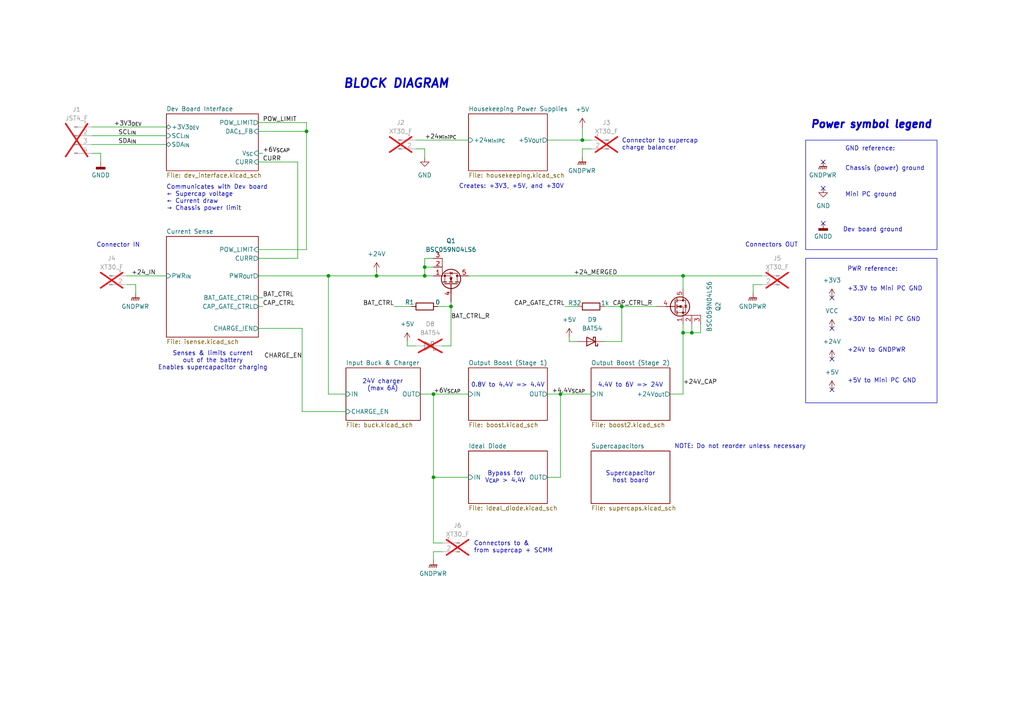
<source format=kicad_sch>
(kicad_sch (version 20250114) (generator "eeschema") (generator_version "9.0")
  (paper "A4")
  (title_block (title "Supercapacitor Manager") (date "2025-02-12") (rev "1") (company "UT Robomaster") (comment 1 "Robomaster"))
  (lib_symbols
    (symbol "Connector:Conn_01x02_Pin" (pin_names (offset 1.016) (hide yes))
      (property "Reference" "J" (at 0 2.54 0))
      (property "Value" "Conn_01x02_Pin" (at 0 -5.08 0))
      (symbol "Conn_01x02_Pin_1_1"
        (rectangle (start 0.8636 0.127) (end 0 -0.127) (stroke (width 0.1524)) (fill (type outline)))
        (rectangle (start 0.8636 -2.413) (end 0 -2.667) (stroke (width 0.1524)) (fill (type outline)))
        (polyline (pts (xy 1.27 0) (xy 0.8636 0)) (stroke (width 0.1524)))
        (polyline (pts (xy 1.27 -2.54) (xy 0.8636 -2.54)) (stroke (width 0.1524)))
        (pin passive line (at 5.08 0 180) (length 3.81) (name "Pin_1") (number "1"))
        (pin passive line (at 5.08 -2.54 180) (length 3.81) (name "Pin_2") (number "2"))
      )
    )
    (symbol "Connector:Conn_01x04_Pin" (pin_names (offset 1.016) (hide yes))
      (property "Reference" "J" (at 0 5.08 0))
      (property "Value" "Conn_01x04_Pin" (at 0 -7.62 0))
      (symbol "Conn_01x04_Pin_1_1"
        (rectangle (start 0.8636 2.667) (end 0 2.413) (stroke (width 0.1524)) (fill (type outline)))
        (rectangle (start 0.8636 0.127) (end 0 -0.127) (stroke (width 0.1524)) (fill (type outline)))
        (rectangle (start 0.8636 -2.413) (end 0 -2.667) (stroke (width 0.1524)) (fill (type outline)))
        (rectangle (start 0.8636 -4.953) (end 0 -5.207) (stroke (width 0.1524)) (fill (type outline)))
        (polyline (pts (xy 1.27 2.54) (xy 0.8636 2.54)) (stroke (width 0.1524)))
        (polyline (pts (xy 1.27 0) (xy 0.8636 0)) (stroke (width 0.1524)))
        (polyline (pts (xy 1.27 -2.54) (xy 0.8636 -2.54)) (stroke (width 0.1524)))
        (polyline (pts (xy 1.27 -5.08) (xy 0.8636 -5.08)) (stroke (width 0.1524)))
        (pin passive line (at 5.08 2.54 180) (length 3.81) (name "Pin_1") (number "1"))
        (pin passive line (at 5.08 0 180) (length 3.81) (name "Pin_2") (number "2"))
        (pin passive line (at 5.08 -2.54 180) (length 3.81) (name "Pin_3") (number "3"))
        (pin passive line (at 5.08 -5.08 180) (length 3.81) (name "Pin_4") (number "4"))
      )
    )
    (symbol "Device:D_Schottky" (pin_numbers (hide yes)) (pin_names (offset 1.016) (hide yes))
      (property "Reference" "D" (at 0 2.54 0))
      (property "Value" "D_Schottky" (at 0 -2.54 0))
      (symbol "D_Schottky_0_1"
        (polyline (pts (xy -1.905 0.635) (xy -1.905 1.27) (xy -1.27 1.27) (xy -1.27 -1.27) (xy -0.635 -1.27) (xy -0.635 -0.635)) (stroke (width 0.254)))
        (polyline (pts (xy 1.27 1.27) (xy 1.27 -1.27) (xy -1.27 0) (xy 1.27 1.27)) (stroke (width 0.254)))
        (polyline (pts (xy 1.27 0) (xy -1.27 0)))
      )
      (symbol "D_Schottky_1_1"
        (pin passive line (at -3.81 0 0) (length 2.54) (name "K") (number "1"))
        (pin passive line (at 3.81 0 180) (length 2.54) (name "A") (number "2"))
      )
    )
    (symbol "Device:R" (pin_numbers (hide yes)) (pin_names (offset 0))
      (property "Reference" "R" (at 2.032 0 90))
      (property "Value" "R" (at 0 0 90))
      (symbol "R_0_1"
        (rectangle (start -1.016 -2.54) (end 1.016 2.54) (stroke (width 0.254)))
      )
      (symbol "R_1_1"
        (pin passive line (at 0 3.81 270) (length 1.27) (name "~") (number "1"))
        (pin passive line (at 0 -3.81 90) (length 1.27) (name "~") (number "2"))
      )
    )
    (symbol "Transistor_FET:Q_NMOS_SGD" (pin_names (offset 0) (hide yes))
      (property "Reference" "Q4" (at 6.35 1.2701 0))
      (property "Value" "BSC059N04LS6" (at 6.35 -1.2699 0))
      (symbol "Q_NMOS_SGD_0_1"
        (polyline (pts (xy 0.254 1.905) (xy 0.254 -1.905)) (stroke (width 0.254)))
        (polyline (pts (xy 0.254 0) (xy -2.54 0)))
        (polyline (pts (xy 0.762 2.286) (xy 0.762 1.27)) (stroke (width 0.254)))
        (polyline (pts (xy 0.762 0.508) (xy 0.762 -0.508)) (stroke (width 0.254)))
        (polyline (pts (xy 0.762 -1.27) (xy 0.762 -2.286)) (stroke (width 0.254)))
        (polyline (pts (xy 0.762 -1.778) (xy 3.302 -1.778) (xy 3.302 1.778) (xy 0.762 1.778)))
        (polyline (pts (xy 1.016 0) (xy 2.032 0.381) (xy 2.032 -0.381) (xy 1.016 0)) (fill (type outline)))
        (circle (center 1.651 0) (radius 2.794) (stroke (width 0.254)))
        (polyline (pts (xy 2.54 2.54) (xy 2.54 1.778)))
        (circle (center 2.54 1.778) (radius 0.254) (fill (type outline)))
        (circle (center 2.54 -1.778) (radius 0.254) (fill (type outline)))
        (polyline (pts (xy 2.54 -2.54) (xy 2.54 0) (xy 0.762 0)))
        (polyline (pts (xy 2.921 0.381) (xy 3.683 0.381)))
        (polyline (pts (xy 3.302 0.381) (xy 2.921 -0.254) (xy 3.683 -0.254) (xy 3.302 0.381)))
        (polyline (pts (xy 7.62 -2.54) (xy 2.54 -2.54)))
      )
      (symbol "Q_NMOS_SGD_1_1"
        (pin input line (at -5.08 0 0) (length 5.08) (name "G") (number "4"))
        (pin passive line (at 2.54 5.08 270) (length 2.54) (name "D") (number "5"))
        (pin passive line (at 2.54 -5.08 90) (length 2.54) (name "S") (number "1"))
        (pin passive line (at 5.08 -5.08 90) (length 2.54) (name "S") (number "2"))
        (pin passive line (at 7.62 -5.08 90) (length 2.54) (name "S") (number "3"))
      )
    )
    (symbol "power:+24V" (power) (pin_numbers (hide yes)) (pin_names (offset 0) (hide yes))
      (property "Value" "+24V" (at 0 3.556 0))
      (symbol "+24V_0_1"
        (polyline (pts (xy -0.762 1.27) (xy 0 2.54)))
        (polyline (pts (xy 0 2.54) (xy 0.762 1.27)))
        (polyline (pts (xy 0 0) (xy 0 2.54)))
      )
      (symbol "+24V_1_1"
        (pin power_in line (at 0 0 90) (length 0) (name "~") (number "1"))
      )
    )
    (symbol "power:+3V3" (power) (pin_numbers (hide yes)) (pin_names (offset 0) (hide yes))
      (property "Value" "+3V3" (at 0 3.556 0))
      (symbol "+3V3_0_1"
        (polyline (pts (xy -0.762 1.27) (xy 0 2.54)))
        (polyline (pts (xy 0 2.54) (xy 0.762 1.27)))
        (polyline (pts (xy 0 0) (xy 0 2.54)))
      )
      (symbol "+3V3_1_1"
        (pin power_in line (at 0 0 90) (length 0) (name "~") (number "1"))
      )
    )
    (symbol "power:+5V" (power) (pin_numbers (hide yes)) (pin_names (offset 0) (hide yes))
      (property "Value" "+5V" (at 0 3.556 0))
      (symbol "+5V_0_1"
        (polyline (pts (xy -0.762 1.27) (xy 0 2.54)))
        (polyline (pts (xy 0 2.54) (xy 0.762 1.27)))
        (polyline (pts (xy 0 0) (xy 0 2.54)))
      )
      (symbol "+5V_1_1"
        (pin power_in line (at 0 0 90) (length 0) (name "~") (number "1"))
      )
    )
    (symbol "power:GND" (power) (pin_numbers (hide yes)) (pin_names (offset 0) (hide yes))
      (property "Value" "GND" (at 0 -3.81 0))
      (symbol "GND_0_1"
        (polyline (pts (xy 0 0) (xy 0 -1.27) (xy 1.27 -1.27) (xy 0 -2.54) (xy -1.27 -1.27) (xy 0 -1.27)))
      )
      (symbol "GND_1_1"
        (pin power_in line (at 0 0 270) (length 0) (name "~") (number "1"))
      )
    )
    (symbol "power:GNDD" (power) (pin_numbers (hide yes)) (pin_names (offset 0) (hide yes))
      (property "Value" "GNDD" (at 0 -3.175 0))
      (symbol "GNDD_0_1"
        (rectangle (start -1.27 -1.524) (end 1.27 -2.032) (stroke (width 0.254)) (fill (type outline)))
        (polyline (pts (xy 0 0) (xy 0 -1.524)))
      )
      (symbol "GNDD_1_1"
        (pin power_in line (at 0 0 270) (length 0) (name "~") (number "1"))
      )
    )
    (symbol "power:GNDPWR" (power) (pin_numbers (hide yes)) (pin_names (offset 0) (hide yes))
      (property "Value" "GNDPWR" (at 0 -3.302 0))
      (symbol "GNDPWR_0_1"
        (polyline (pts (xy -1.016 -1.27) (xy -1.27 -2.032) (xy -1.27 -2.032)) (stroke (width 0.2032)))
        (polyline (pts (xy -0.508 -1.27) (xy -0.762 -2.032) (xy -0.762 -2.032)) (stroke (width 0.2032)))
        (polyline (pts (xy 0 -1.27) (xy 0 0)))
        (polyline (pts (xy 0 -1.27) (xy -0.254 -2.032) (xy -0.254 -2.032)) (stroke (width 0.2032)))
        (polyline (pts (xy 0.508 -1.27) (xy 0.254 -2.032) (xy 0.254 -2.032)) (stroke (width 0.2032)))
        (polyline (pts (xy 1.016 -1.27) (xy -1.016 -1.27) (xy -1.016 -1.27)) (stroke (width 0.2032)))
        (polyline (pts (xy 1.016 -1.27) (xy 0.762 -2.032) (xy 0.762 -2.032) (xy 0.762 -2.032)) (stroke (width 0.2032)))
      )
      (symbol "GNDPWR_1_1"
        (pin power_in line (at 0 0 270) (length 0) (name "~") (number "1"))
      )
    )
    (symbol "power:VCC" (power) (pin_numbers (hide yes)) (pin_names (offset 0) (hide yes))
      (property "Value" "VCC" (at 0 3.556 0))
      (symbol "VCC_0_1"
        (polyline (pts (xy -0.762 1.27) (xy 0 2.54)))
        (polyline (pts (xy 0 2.54) (xy 0.762 1.27)))
        (polyline (pts (xy 0 0) (xy 0 2.54)))
      )
      (symbol "VCC_1_1"
        (pin power_in line (at 0 0 90) (length 0) (name "~") (number "1"))
      )
    )
  )
  (rectangle (start 233.68 74.93) (end 271.78 116.84))
  (rectangle (start 233.68 40.64) (end 271.78 72.39))
  (text "+3.3V to Mini PC GND" (at 245.745 83.82 0) (effects (font (size 1.27 1.27)) (justify left)))
  (text "+30V to Mini PC GND" (at 245.745 92.71 0) (effects (font (size 1.27 1.27)) (justify left)))
  (text "Bypass for\nV_{CAP} > 4.4V" (at 146.558 138.43 0) (effects (font (size 1.27 1.27))))
  (text "Connector IN" (at 34.29 71.882 0) (effects (font (size 1.27 1.27)) (justify bottom)))
  (text "Senses & limits current\nout of the battery\nEnables supercapacitor charging" (at 61.722 101.854 0) (effects (font (size 1.27 1.27)) (justify top)))
  (text "Power symbol legend" (at 252.73 37.465 0) (effects (font (size 2.159 2.159) (thickness 0.508) (bold yes) (italic yes)) (justify bottom)))
  (text "+5V to Mini PC GND" (at 245.745 110.49 0) (effects (font (size 1.27 1.27)) (justify left)))
  (text "Supercapacitor\nhost board" (at 182.88 138.43 0) (effects (font (size 1.27 1.27))))
  (text "Connectors OUT" (at 223.774 70.358 0) (effects (font (size 1.27 1.27)) (justify top)))
  (text "Connector to supercap\ncharge balancer" (at 180.34 41.91 0) (effects (font (size 1.27 1.27)) (justify left)))
  (text "NOTE: Do not reorder unless necessary" (at 195.58 129.54 0) (effects (font (size 1.27 1.27)) (justify left)))
  (text "GND reference:" (at 245.11 43.18 0) (effects (font (size 1.27 1.27)) (justify left)))
  (text "+24V to GNDPWR" (at 245.745 101.6 0) (effects (font (size 1.27 1.27)) (justify left)))
  (text "Connectors to &\nfrom supercap + SCMM" (at 137.414 158.75 0) (effects (font (size 1.27 1.27)) (justify left)))
  (text "BLOCK DIAGRAM" (at 114.935 22.86 0) (effects (font (size 2.54 2.54) (thickness 0.508) (bold yes) (italic yes)) (justify top)))
  (text "4.4V to 6V => 24V" (at 182.88 110.998 0) (effects (font (size 1.27 1.27)) (justify top)))
  (text "0.8V to 4.4V => 4.4V" (at 147.32 110.998 0) (effects (font (size 1.27 1.27)) (justify top)))
  (text "Creates: +3V3, +5V, and +30V" (at 148.336 54.102 0) (effects (font (size 1.27 1.27))))
  (text "Dev board ground" (at 244.475 66.675 0) (effects (font (size 1.27 1.27)) (justify left)))
  (text "Chassis (power) ground" (at 245.11 48.895 0) (effects (font (size 1.27 1.27)) (justify left)))
  (text "Mini PC ground" (at 245.11 56.515 0) (effects (font (size 1.27 1.27)) (justify left)))
  (text "24V charger\n(max 6A)" (at 110.998 109.982 0) (effects (font (size 1.27 1.27)) (justify top)))
  (text "Communicates with Dev board\n← Supercap voltage\n← Current draw\n→ Chassis power limit " (at 48.26 57.404 0) (effects (font (size 1.27 1.27)) (justify left)))
  (text "PWR reference:" (at 245.745 78.105 0) (effects (font (size 1.27 1.27)) (justify left)))
  (junction (at 123.19 80.01))
  (junction (at 168.91 40.64))
  (junction (at 125.73 114.3))
  (junction (at 95.25 80.01))
  (junction (at 109.22 80.01))
  (junction (at 123.19 77.47))
  (junction (at 130.81 88.9))
  (junction (at 198.12 80.01))
  (junction (at 198.12 96.52))
  (junction (at 180.34 88.9))
  (junction (at 125.73 138.43))
  (junction (at 162.56 114.3))
  (junction (at 200.66 96.52))
  (junction (at 88.9 38.1))
  (no_connect (at 241.3 104.14))
  (no_connect (at 241.3 95.25))
  (no_connect (at 238.76 46.99))
  (no_connect (at 241.3 86.36))
  (no_connect (at 241.3 113.03))
  (no_connect (at 238.76 54.61))
  (no_connect (at 238.76 64.77))
  (wire (pts (xy 125.73 74.93) (xy 123.19 74.93)))
  (wire (pts (xy 39.37 82.55) (xy 39.37 85.09)))
  (wire (pts (xy 86.36 46.99) (xy 74.93 46.99)))
  (wire (pts (xy 200.66 93.98) (xy 200.66 96.52)))
  (wire (pts (xy 162.56 138.43) (xy 162.56 114.3)))
  (wire (pts (xy 165.1 99.06) (xy 167.64 99.06)))
  (wire (pts (xy 74.93 95.25) (xy 87.63 95.25)))
  (wire (pts (xy 74.93 35.56) (xy 88.9 35.56)))
  (wire (pts (xy 200.66 96.52) (xy 198.12 96.52)))
  (wire (pts (xy 29.21 46.99) (xy 29.21 44.45)))
  (wire (pts (xy 130.81 87.63) (xy 130.81 88.9)))
  (wire (pts (xy 130.81 88.9) (xy 130.81 100.33)))
  (wire (pts (xy 123.19 77.47) (xy 123.19 80.01)))
  (wire (pts (xy 203.2 93.98) (xy 203.2 96.52)))
  (wire (pts (xy 218.44 82.55) (xy 220.98 82.55)))
  (wire (pts (xy 26.67 39.37) (xy 48.26 39.37)))
  (wire (pts (xy 128.27 100.33) (xy 130.81 100.33)))
  (wire (pts (xy 198.12 93.98) (xy 198.12 96.52)))
  (wire (pts (xy 125.73 114.3) (xy 135.89 114.3)))
  (wire (pts (xy 158.75 114.3) (xy 162.56 114.3)))
  (wire (pts (xy 88.9 38.1) (xy 88.9 72.39)))
  (wire (pts (xy 218.44 85.09) (xy 218.44 82.55)))
  (wire (pts (xy 125.73 138.43) (xy 125.73 157.48)))
  (wire (pts (xy 123.19 43.18) (xy 120.65 43.18)))
  (wire (pts (xy 26.67 41.91) (xy 48.26 41.91)))
  (wire (pts (xy 194.31 114.3) (xy 198.12 114.3)))
  (wire (pts (xy 119.38 88.9) (xy 114.3 88.9)))
  (wire (pts (xy 26.67 36.83) (xy 48.26 36.83)))
  (wire (pts (xy 158.75 138.43) (xy 162.56 138.43)))
  (wire (pts (xy 200.66 96.52) (xy 203.2 96.52)))
  (wire (pts (xy 74.93 86.36) (xy 76.2 86.36)))
  (wire (pts (xy 163.83 88.9) (xy 167.64 88.9)))
  (wire (pts (xy 175.26 88.9) (xy 180.34 88.9)))
  (wire (pts (xy 86.36 46.99) (xy 86.36 74.93)))
  (wire (pts (xy 135.89 80.01) (xy 198.12 80.01)))
  (wire (pts (xy 123.19 80.01) (xy 125.73 80.01)))
  (wire (pts (xy 127 88.9) (xy 130.81 88.9)))
  (wire (pts (xy 168.91 36.83) (xy 168.91 40.64)))
  (wire (pts (xy 128.27 160.02) (xy 125.73 160.02)))
  (wire (pts (xy 109.22 78.74) (xy 109.22 80.01)))
  (wire (pts (xy 198.12 96.52) (xy 198.12 114.3)))
  (wire (pts (xy 109.22 80.01) (xy 123.19 80.01)))
  (wire (pts (xy 125.73 138.43) (xy 135.89 138.43)))
  (wire (pts (xy 180.34 88.9) (xy 190.5 88.9)))
  (wire (pts (xy 125.73 77.47) (xy 123.19 77.47)))
  (wire (pts (xy 95.25 114.3) (xy 95.25 80.01)))
  (wire (pts (xy 88.9 35.56) (xy 88.9 38.1)))
  (wire (pts (xy 123.19 74.93) (xy 123.19 77.47)))
  (wire (pts (xy 180.34 99.06) (xy 180.34 88.9)))
  (wire (pts (xy 87.63 119.38) (xy 100.33 119.38)))
  (wire (pts (xy 29.21 44.45) (xy 26.67 44.45)))
  (wire (pts (xy 168.91 45.72) (xy 168.91 43.18)))
  (wire (pts (xy 125.73 114.3) (xy 125.73 138.43)))
  (wire (pts (xy 120.65 40.64) (xy 135.89 40.64)))
  (wire (pts (xy 198.12 80.01) (xy 220.98 80.01)))
  (wire (pts (xy 74.93 88.9) (xy 76.2 88.9)))
  (wire (pts (xy 158.75 40.64) (xy 168.91 40.64)))
  (wire (pts (xy 87.63 95.25) (xy 87.63 119.38)))
  (wire (pts (xy 95.25 80.01) (xy 109.22 80.01)))
  (wire (pts (xy 36.83 82.55) (xy 39.37 82.55)))
  (wire (pts (xy 74.93 38.1) (xy 88.9 38.1)))
  (wire (pts (xy 118.11 99.06) (xy 118.11 100.33)))
  (wire (pts (xy 86.36 74.93) (xy 74.93 74.93)))
  (wire (pts (xy 168.91 43.18) (xy 171.45 43.18)))
  (wire (pts (xy 123.19 45.72) (xy 123.19 43.18)))
  (wire (pts (xy 118.11 100.33) (xy 120.65 100.33)))
  (wire (pts (xy 125.73 160.02) (xy 125.73 162.56)))
  (wire (pts (xy 168.91 40.64) (xy 171.45 40.64)))
  (wire (pts (xy 162.56 114.3) (xy 171.45 114.3)))
  (wire (pts (xy 165.1 97.79) (xy 165.1 99.06)))
  (wire (pts (xy 128.27 157.48) (xy 125.73 157.48)))
  (wire (pts (xy 74.93 80.01) (xy 95.25 80.01)))
  (wire (pts (xy 74.93 72.39) (xy 88.9 72.39)))
  (wire (pts (xy 175.26 99.06) (xy 180.34 99.06)))
  (wire (pts (xy 95.25 114.3) (xy 100.33 114.3)))
  (wire (pts (xy 121.92 114.3) (xy 125.73 114.3)))
  (wire (pts (xy 76.2 44.45) (xy 74.93 44.45)))
  (wire (pts (xy 36.83 80.01) (xy 48.26 80.01)))
  (wire (pts (xy 198.12 83.82) (xy 198.12 80.01)))
  (label "CAP_CTRL" (at 76.2 88.9 0))
  (label "+6V_{SCAP}" (at 76.2 44.45 0))
  (label "+24V_CAP" (at 198.12 111.76 0))
  (label "+4.4V_{SCAP}" (at 160.02 114.3 0))
  (label "+24_{MiniPC}" (at 123.19 40.64 0))
  (label "BAT_CTRL_R" (at 130.81 92.71 0))
  (label "SDA_{IN}" (at 34.29 41.91 0))
  (label "SCL_{IN}" (at 34.29 39.37 0))
  (label "CAP_GATE_CTRL" (at 163.83 88.9 180))
  (label "CURR" (at 76.2 46.99 0))
  (label "CAP_CTRL_R" (at 189.23 88.9 180))
  (label "BAT_CTRL" (at 114.3 88.9 180))
  (label "+24_MERGED" (at 179.07 80.01 180))
  (label "CHARGE_EN" (at 87.63 104.14 180))
  (label "+24_IN" (at 38.1 80.01 0))
  (label "+6V_{SCAP}" (at 125.73 114.3 0))
  (label "POW_LIMIT" (at 76.2 35.56 0) (effects (font (thickness 0.1588))))
  (label "+3V3_{DEV}" (at 33.02 36.83 0))
  (label "BAT_CTRL" (at 76.2 86.36 0))
  (symbol (lib_id "Connector:Conn_01x02_Pin") (at 176.53 40.64 0) (mirror y) (unit 1) (dnp yes)
    (property "Reference" "J3" (at 175.895 35.56 0))
    (property "Value" "XT30_F" (at 175.895 38.1 0))
    (property "Footprint" "Connector_AMASS:AMASS_XT30U-F_1x02_P5.0mm_Vertical" (effects (hide yes)))
    (property "Description" "Generic connector, single row, 01x02, script generated" (effects (hide yes)))
  )
  (symbol (lib_id "power:GNDPWR") (at 39.37 85.09 0) (unit 1)
    (property "Reference" "#PWR09" (effects (hide yes)))
    (property "Value" "GNDPWR" (at 39.243 88.9 0))
    (property "Description" "Power symbol creates a global label with name \"GNDPWR\" , global ground" (effects (hide yes)))
  )
  (symbol (lib_id "power:GNDD") (at 238.76 64.77 0) (unit 1)
    (property "Reference" "#PWR07" (effects (hide yes)))
    (property "Value" "GNDD" (at 238.76 68.58 0))
    (property "Description" "Power symbol creates a global label with name \"GNDD\" , digital ground" (effects (hide yes)))
  )
  (symbol (lib_id "power:GNDPWR") (at 168.91 45.72 0) (unit 1)
    (property "Reference" "#PWR04" (effects (hide yes)))
    (property "Value" "GNDPWR" (at 168.783 49.53 0))
    (property "Description" "Power symbol creates a global label with name \"GNDPWR\" , global ground" (effects (hide yes)))
  )
  (symbol (lib_id "Transistor_FET:Q_NMOS_SGD") (at 130.81 82.55 270) (mirror x) (unit 1)
    (property "Reference" "Q1" (at 130.81 69.85 90))
    (property "Value" "BSC059N04LS6" (at 130.81 72.39 90))
    (property "Footprint" "Package_SON:Infineon_PG-TDSON-8_6.15x5.15mm" (effects (hide yes)))
    (property "Datasheet" "https://www.mouser.com/datasheet/2/196/Infineon_BSC059N04LS6_DataSheet_v02_01_EN-3360636.pdf" (effects (hide yes)))
    (property "Description" "N-MOSFET transistor, source/gate/drain" (effects (hide yes)))
    (property "Mouser Part Number" "726-BSC059N04LS6ATMA" (effects (hide yes)))
  )
  (symbol (lib_id "power:GNDD") (at 29.21 46.99 0) (unit 1)
    (property "Reference" "#PWR05" (effects (hide yes)))
    (property "Value" "GNDD" (at 29.21 50.8 0))
    (property "Description" "Power symbol creates a global label with name \"GNDD\" , digital ground" (effects (hide yes)))
  )
  (symbol (lib_id "power:+5V") (at 168.91 36.83 0) (unit 1)
    (property "Reference" "#PWR01" (effects (hide yes)))
    (property "Value" "+5V" (at 168.91 31.75 0))
    (property "Description" "Power symbol creates a global label with name \"+5V\"" (effects (hide yes)))
  )
  (symbol (lib_id "power:GND") (at 123.19 45.72 0) (unit 1)
    (property "Reference" "#PWR03" (effects (hide yes)))
    (property "Value" "GND" (at 123.19 50.8 0))
    (property "Description" "Power symbol creates a global label with name \"GND\" , ground" (effects (hide yes)))
  )
  (symbol (lib_id "Device:R") (at 123.19 88.9 90) (unit 1)
    (property "Reference" "R1" (at 120.142 88.392 90) (effects (justify left top)))
    (property "Value" "0" (at 126.238 88.392 90) (effects (justify right top)))
    (property "Footprint" "Resistor_SMD:R_0603_1608Metric_Pad0.98x0.95mm_HandSolder" (effects (hide yes)))
    (property "Description" "Resistor" (effects (hide yes)))
    (property "Mouser Part Number" "660-RK73Z1JTTDD" (effects (hide yes)))
  )
  (symbol (lib_id "Device:R") (at 171.45 88.9 90) (unit 1)
    (property "Reference" "R32" (at 168.656 87.884 90) (effects (justify left)))
    (property "Value" "1k" (at 174.244 87.884 90) (effects (justify right)))
    (property "Footprint" "Resistor_SMD:R_0603_1608Metric_Pad0.98x0.95mm_HandSolder" (effects (hide yes)))
    (property "Datasheet" "https://www.rohm.com/datasheet?p=ESR03EZPJ&dist=Mouser&media=referral&source=mouser.com&campaign=Mouser" (effects (hide yes)))
    (property "Description" "Resistor" (effects (hide yes)))
    (property "Mouser Part Number" "660-RN73R1JTD1001F50" (effects (hide yes)))
  )
  (symbol (lib_id "Device:D_Schottky") (at 171.45 99.06 180) (unit 1)
    (property "Reference" "D9" (at 171.7675 92.71 0))
    (property "Value" "BAT54" (at 171.7675 95.25 0))
    (property "Footprint" "Package_TO_SOT_SMD:SOT-23_Handsoldering" (effects (hide yes)))
    (property "Datasheet" "https://www.mouser.com/datasheet/2/1057/BAT54_SERIES-1868856.pdf" (effects (hide yes)))
    (property "Description" "Schottky diode" (effects (hide yes)))
    (property "Mouser Part Number" "241-BAT54_R1_00001" (effects (hide yes)))
  )
  (symbol (lib_id "power:+5V") (at 165.1 97.79 0) (unit 1)
    (property "Reference" "#PWR0105" (effects (hide yes)))
    (property "Value" "+5V" (at 165.1 92.71 0))
    (property "Description" "Power symbol creates a global label with name \"+5V\"" (effects (hide yes)))
  )
  (symbol (lib_id "power:+3V3") (at 241.3 86.36 0) (unit 1)
    (property "Reference" "#PWR011" (effects (hide yes)))
    (property "Value" "+3V3" (at 241.3 81.28 0))
    (property "Description" "Power symbol creates a global label with name \"+3V3\"" (effects (hide yes)))
  )
  (symbol (lib_id "power:VCC") (at 241.3 95.25 0) (unit 1)
    (property "Reference" "#PWR012" (effects (hide yes)))
    (property "Value" "VCC" (at 241.3 90.17 0))
    (property "Description" "Power symbol creates a global label with name \"VCC\"" (effects (hide yes)))
  )
  (symbol (lib_id "Connector:Conn_01x02_Pin") (at 133.35 157.48 0) (mirror y) (unit 1) (dnp yes)
    (property "Reference" "J6" (at 132.715 152.4 0))
    (property "Value" "XT30_F" (at 132.715 154.94 0))
    (property "Footprint" "Connector_AMASS:AMASS_XT30U-F_1x02_P5.0mm_Vertical" (effects (hide yes)))
    (property "Description" "Generic connector, single row, 01x02, script generated" (effects (hide yes)))
  )
  (symbol (lib_id "power:GNDPWR") (at 218.44 85.09 0) (unit 1)
    (property "Reference" "#PWR010" (effects (hide yes)))
    (property "Value" "GNDPWR" (at 218.313 88.9 0))
    (property "Description" "Power symbol creates a global label with name \"GNDPWR\" , global ground" (effects (hide yes)))
  )
  (symbol (lib_id "power:+5V") (at 118.11 99.06 0) (unit 1)
    (property "Reference" "#PWR047" (effects (hide yes)))
    (property "Value" "+5V" (at 118.11 93.98 0))
    (property "Description" "Power symbol creates a global label with name \"+5V\"" (effects (hide yes)))
  )
  (symbol (lib_id "power:+24V") (at 109.22 78.74 0) (unit 1)
    (property "Reference" "#PWR08" (effects (hide yes)))
    (property "Value" "+24V" (at 109.22 73.66 0))
    (property "Description" "Power symbol creates a global label with name \"+24V\"" (effects (hide yes)))
  )
  (symbol (lib_id "power:GNDPWR") (at 125.73 162.56 0) (unit 1)
    (property "Reference" "#PWR015" (effects (hide yes)))
    (property "Value" "GNDPWR" (at 125.603 166.37 0))
    (property "Description" "Power symbol creates a global label with name \"GNDPWR\" , global ground" (effects (hide yes)))
  )
  (symbol (lib_id "Connector:Conn_01x02_Pin") (at 115.57 40.64 0) (unit 1) (dnp yes)
    (property "Reference" "J2" (at 116.205 35.56 0))
    (property "Value" "XT30_F" (at 116.205 38.1 0))
    (property "Footprint" "Connector_AMASS:AMASS_XT30U-F_1x02_P5.0mm_Vertical" (effects (hide yes)))
    (property "Description" "Generic connector, single row, 01x02, script generated" (effects (hide yes)))
  )
  (symbol (lib_id "Device:D_Schottky") (at 124.46 100.33 180) (unit 1) (dnp yes)
    (property "Reference" "D8" (at 124.7775 93.98 0))
    (property "Value" "BAT54" (at 124.7775 96.52 0))
    (property "Footprint" "Package_TO_SOT_SMD:SOT-23_Handsoldering" (effects (hide yes)))
    (property "Datasheet" "https://www.mouser.com/datasheet/2/1057/BAT54_SERIES-1868856.pdf" (effects (hide yes)))
    (property "Description" "Schottky diode" (effects (hide yes)))
    (property "Mouser Part Number" "241-BAT54_R1_00001" (effects (hide yes)))
  )
  (symbol (lib_id "power:+24V") (at 241.3 104.14 0) (unit 1)
    (property "Reference" "#PWR013" (effects (hide yes)))
    (property "Value" "+24V" (at 241.3 99.06 0))
    (property "Description" "Power symbol creates a global label with name \"+24V\"" (effects (hide yes)))
  )
  (symbol (lib_id "Connector:Conn_01x02_Pin") (at 31.75 80.01 0) (unit 1) (dnp yes)
    (property "Reference" "J4" (at 32.385 74.93 0))
    (property "Value" "XT30_F" (at 32.385 77.47 0))
    (property "Footprint" "Connector_AMASS:AMASS_XT30U-F_1x02_P5.0mm_Vertical" (effects (hide yes)))
    (property "Description" "Generic connector, single row, 01x02, script generated" (effects (hide yes)))
  )
  (symbol (lib_id "Transistor_FET:Q_NMOS_SGD") (at 195.58 88.9 0) (unit 1)
    (property "Reference" "Q2" (at 208.28 88.9 90))
    (property "Value" "BSC059N04LS6" (at 205.74 88.9 90))
    (property "Footprint" "Package_SON:Infineon_PG-TDSON-8_6.15x5.15mm" (effects (hide yes)))
    (property "Datasheet" "https://www.mouser.com/datasheet/2/196/Infineon_BSC059N04LS6_DataSheet_v02_01_EN-3360636.pdf" (effects (hide yes)))
    (property "Description" "N-MOSFET transistor, source/gate/drain" (effects (hide yes)))
    (property "Mouser Part Number" "726-BSC059N04LS6ATMA" (effects (hide yes)))
  )
  (symbol (lib_id "Connector:Conn_01x04_Pin") (at 21.59 39.37 0) (unit 1) (dnp yes)
    (property "Reference" "J1" (at 22.225 31.75 0))
    (property "Value" "JST4_F" (at 22.225 34.29 0))
    (property "Footprint" "Connector_JST:JST_GH_BM04B-GHS-TBT_1x04-1MP_P1.25mm_Vertical" (effects (hide yes)))
    (property "Description" "Generic connector, single row, 01x04, script generated" (effects (hide yes)))
  )
  (symbol (lib_id "power:+5V") (at 241.3 113.03 0) (unit 1)
    (property "Reference" "#PWR014" (effects (hide yes)))
    (property "Value" "+5V" (at 241.3 107.95 0))
    (property "Description" "Power symbol creates a global label with name \"+5V\"" (effects (hide yes)))
  )
  (symbol (lib_id "Connector:Conn_01x02_Pin") (at 226.06 80.01 0) (mirror y) (unit 1) (dnp yes)
    (property "Reference" "J5" (at 225.425 74.93 0))
    (property "Value" "XT30_F" (at 225.425 77.47 0))
    (property "Footprint" "Connector_AMASS:AMASS_XT30U-F_1x02_P5.0mm_Vertical" (effects (hide yes)))
    (property "Description" "Generic connector, single row, 01x02, script generated" (effects (hide yes)))
  )
  (symbol (lib_id "power:GND") (at 238.76 54.61 0) (unit 1)
    (property "Reference" "#PWR06" (effects (hide yes)))
    (property "Value" "GND" (at 238.76 59.69 0))
    (property "Description" "Power symbol creates a global label with name \"GND\" , ground" (effects (hide yes)))
  )
  (symbol (lib_id "power:GNDPWR") (at 238.76 46.99 0) (unit 1)
    (property "Reference" "#PWR02" (effects (hide yes)))
    (property "Value" "GNDPWR" (at 238.633 50.8 0))
    (property "Description" "Power symbol creates a global label with name \"GNDPWR\" , global ground" (effects (hide yes)))
  )
  (sheet (at 48.26 33.02) (size 26.67 16.51) (stroke (width 0.1524))
    (property "Sheetname" "Dev Board Interface" (at 48.26 32.3084 0) (effects (justify left bottom)))
    (property "Sheetfile" "dev_interface.kicad_sch" (at 48.26 50.1146 0) (effects (justify left top)))
    (pin "SCL_{IN}" input (at 48.26 39.37 180))
    (pin "+3V3_{DEV}" bidirectional (at 48.26 36.83 180))
    (pin "SDA_{IN}" bidirectional (at 48.26 41.91 180))
    (pin "POW_LIMIT" output (at 74.93 35.56 0))
    (pin "DAC_{1}_FB" input (at 74.93 38.1 0))
    (pin "CURR" input (at 74.93 46.99 0))
    (pin "V_{SC}" input (at 74.93 44.45 0))
  )
  (sheet (at 135.89 130.81) (size 22.86 15.24) (stroke (width 0.1524))
    (property "Sheetname" "Ideal Diode" (at 135.89 130.0984 0) (effects (justify left bottom)))
    (property "Sheetfile" "ideal_diode.kicad_sch" (at 135.89 146.6346 0) (effects (justify left top)))
    (pin "OUT" output (at 158.75 138.43 0))
    (pin "IN" input (at 135.89 138.43 180))
  )
  (sheet (at 135.89 33.02) (size 22.86 16.51) (stroke (width 0.1524))
    (property "Sheetname" "Housekeeping Power Supplies" (at 135.89 32.3084 0) (effects (justify left bottom)))
    (property "Sheetfile" "housekeeping.kicad_sch" (at 135.89 50.1146 0) (effects (justify left top)))
    (pin "+24_{MiniPC}" input (at 135.89 40.64 180))
    (pin "+5V_{OUT}" output (at 158.75 40.64 0))
  )
  (sheet (at 100.33 106.68) (size 21.59 15.24) (stroke (width 0.1524))
    (property "Sheetname" "Input Buck & Charger" (at 100.33 105.9684 0) (effects (justify left bottom)))
    (property "Sheetfile" "buck.kicad_sch" (at 100.33 122.5046 0) (effects (justify left top)))
    (pin "IN" input (at 100.33 114.3 180))
    (pin "CHARGE_EN" input (at 100.33 119.38 180))
    (pin "OUT" output (at 121.92 114.3 0))
  )
  (sheet (at 171.45 106.68) (size 22.86 15.24) (stroke (width 0.1524))
    (property "Sheetname" "Output Boost (Stage 2)" (at 171.45 105.9684 0) (effects (justify left bottom)))
    (property "Sheetfile" "boost2.kicad_sch" (at 171.45 122.5046 0) (effects (justify left top)))
    (pin "+24V_{OUT}" output (at 194.31 114.3 0))
    (pin "IN" input (at 171.45 114.3 180))
  )
  (sheet (at 48.26 68.58) (size 26.67 29.21) (stroke (width 0.1524))
    (property "Sheetname" "Current Sense" (at 48.26 67.8684 0) (effects (justify left bottom)))
    (property "Sheetfile" "isense.kicad_sch" (at 48.26 98.3746 0) (effects (justify left top)))
    (pin "PWR_{OUT}" output (at 74.93 80.01 0))
    (pin "PWR_{IN}" input (at 48.26 80.01 180))
    (pin "CURR" output (at 74.93 74.93 0))
    (pin "POW_LIMIT" input (at 74.93 72.39 0))
    (pin "CAP_GATE_CTRL" output (at 74.93 88.9 0))
    (pin "BAT_GATE_CTRL" output (at 74.93 86.36 0))
    (pin "CHARGE_IEN" output (at 74.93 95.25 0))
  )
  (sheet (at 171.45 130.81) (size 22.86 15.24) (in_bom no) (on_board no) (stroke (width 0.1524))
    (property "Sheetname" "Supercapacitors" (at 171.45 130.0984 0) (effects (justify left bottom)))
    (property "Sheetfile" "supercaps.kicad_sch" (at 171.45 146.6346 0) (effects (justify left top)))
  )
  (sheet (at 135.89 106.68) (size 22.86 15.24) (stroke (width 0.1524))
    (property "Sheetname" "Output Boost (Stage 1)" (at 135.89 105.9684 0) (effects (justify left bottom)))
    (property "Sheetfile" "boost.kicad_sch" (at 135.89 122.5046 0) (effects (justify left top)))
    (pin "IN" input (at 135.89 114.3 180))
    (pin "OUT" output (at 158.75 114.3 0))
  )
)
</source>
